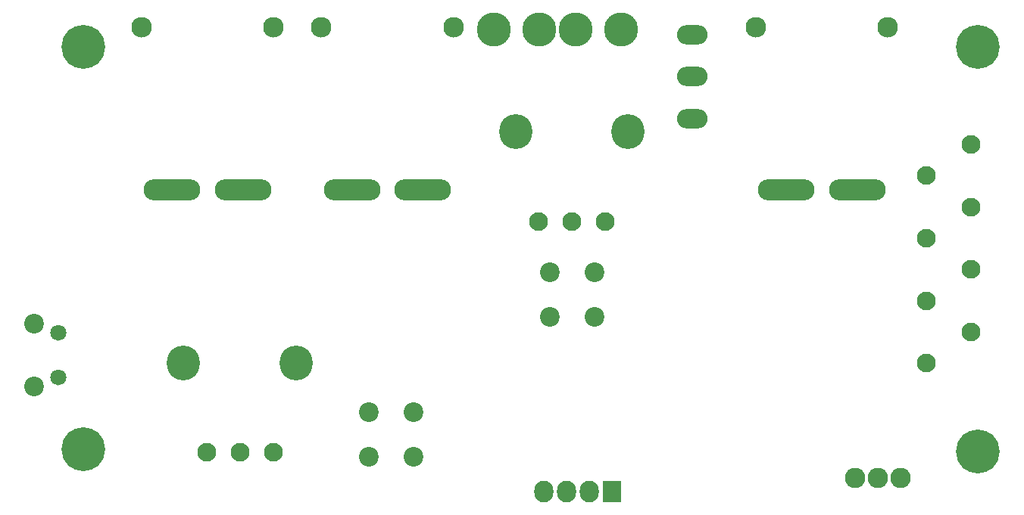
<source format=gbr>
G04 #@! TF.FileFunction,Soldermask,Bot*
%FSLAX46Y46*%
G04 Gerber Fmt 4.6, Leading zero omitted, Abs format (unit mm)*
G04 Created by KiCad (PCBNEW 4.0.7-e2-6376~61~ubuntu18.04.1) date Tue Jul 31 18:43:04 2018*
%MOMM*%
%LPD*%
G01*
G04 APERTURE LIST*
%ADD10C,0.100000*%
%ADD11C,1.808000*%
%ADD12C,2.200000*%
%ADD13O,6.330000X2.370000*%
%ADD14C,2.300000*%
%ADD15C,2.100000*%
%ADD16O,3.700000X3.900000*%
%ADD17C,3.800000*%
%ADD18C,4.900000*%
%ADD19O,3.430000X2.160000*%
%ADD20C,2.279600*%
%ADD21R,2.127200X2.432000*%
%ADD22O,2.127200X2.432000*%
G04 APERTURE END LIST*
D10*
D11*
X50200000Y-84000000D03*
X50200000Y-89000000D03*
D12*
X47500000Y-83000000D03*
X47500000Y-90000000D03*
D13*
X62910000Y-68000000D03*
X70810000Y-68000000D03*
D14*
X59470000Y-49760000D03*
X74250000Y-49760000D03*
D15*
X70500000Y-97400000D03*
X66750000Y-97400000D03*
X74250000Y-97400000D03*
D16*
X76800000Y-87400000D03*
X64200000Y-87400000D03*
D13*
X131590000Y-68000000D03*
X139490000Y-68000000D03*
D14*
X128150000Y-49760000D03*
X142930000Y-49760000D03*
D17*
X108030000Y-50000000D03*
X103970000Y-50000000D03*
X113110000Y-50000000D03*
X98890000Y-50000000D03*
D18*
X153000000Y-52000000D03*
X53000000Y-52000000D03*
X53000000Y-97000000D03*
X153000000Y-97250000D03*
D13*
X83040000Y-68000000D03*
X90940000Y-68000000D03*
D14*
X79600000Y-49760000D03*
X94380000Y-49760000D03*
D15*
X152200000Y-62900000D03*
X147200000Y-66400000D03*
X152200000Y-69900000D03*
X147200000Y-73400000D03*
X152200000Y-76900000D03*
X152200000Y-83900000D03*
X147200000Y-80400000D03*
X147200000Y-87400000D03*
X107600000Y-71500000D03*
X103850000Y-71500000D03*
X111350000Y-71500000D03*
D16*
X113900000Y-61500000D03*
X101300000Y-61500000D03*
D12*
X84900000Y-92900000D03*
X89900000Y-92900000D03*
X84900000Y-97900000D03*
X89900000Y-97900000D03*
X105100000Y-77200000D03*
X110100000Y-77200000D03*
X105100000Y-82200000D03*
X110100000Y-82200000D03*
D19*
X121100000Y-55300000D03*
X121100000Y-60000000D03*
X121100000Y-50600000D03*
D20*
X144300000Y-100200000D03*
X141760000Y-100200000D03*
X139220000Y-100200000D03*
D21*
X112100000Y-101800000D03*
D22*
X109560000Y-101800000D03*
X107020000Y-101800000D03*
X104480000Y-101800000D03*
M02*

</source>
